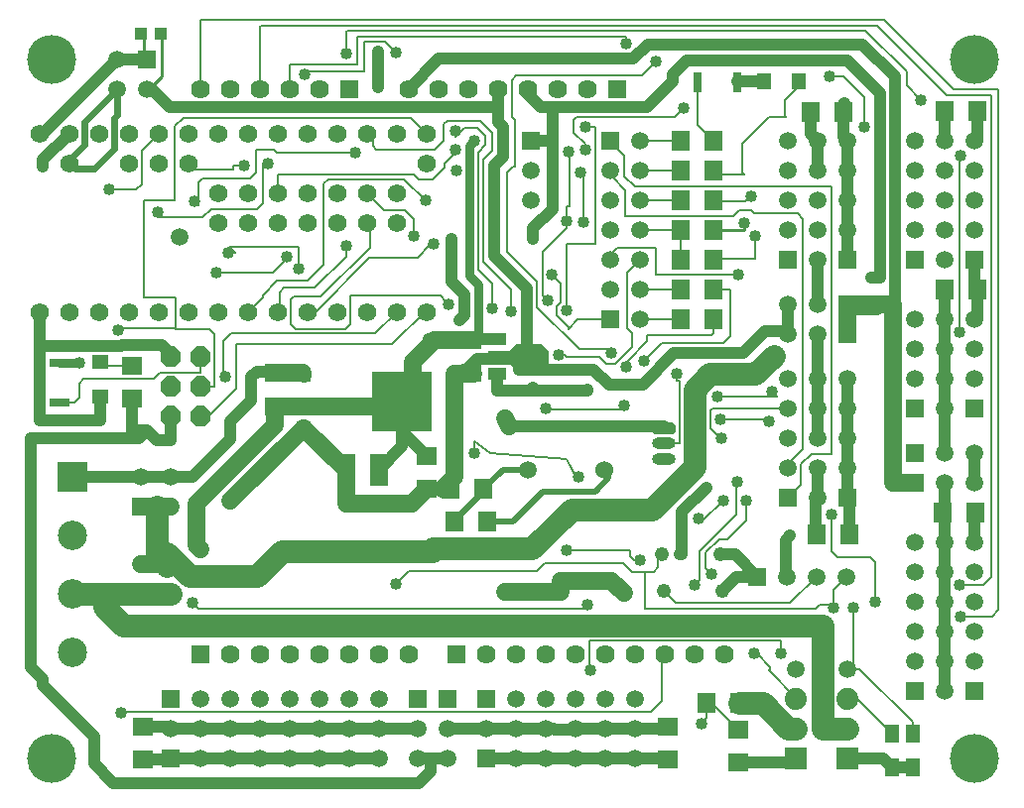
<source format=gtl>
G04 DipTrace Beta 2.3.5.2*
%INTeensyDuinoV001-wide.gtl*%
%MOIN*%
%ADD13C,0.04*%
%ADD14C,0.0394*%
%ADD15C,0.06*%
%ADD16C,0.01*%
%ADD17C,0.008*%
%ADD18C,0.0315*%
%ADD20C,0.03*%
%ADD21C,0.02*%
%ADD22C,0.075*%
%ADD23C,0.0591*%
%ADD24C,0.05*%
%ADD25C,0.022*%
%ADD29R,0.0315X0.0669*%
%ADD30R,0.063X0.0709*%
%ADD31R,0.0709X0.063*%
%ADD32R,0.063X0.1063*%
%ADD33R,0.0591X0.0591*%
%ADD34C,0.0591*%
%ADD36R,0.0472X0.0591*%
%ADD37R,0.0984X0.0984*%
%ADD38C,0.0984*%
%ADD39R,0.0638X0.0638*%
%ADD40C,0.0638*%
%ADD42R,0.074X0.074*%
%ADD43C,0.074*%
%ADD44R,0.0472X0.0551*%
%ADD45R,0.0551X0.0472*%
%ADD46O,0.0787X0.0394*%
%ADD47C,0.0489*%
%ADD48R,0.0433X0.0394*%
%ADD49R,0.0669X0.0315*%
%ADD50C,0.0619*%
%ADD51R,0.2X0.2*%
%ADD52R,0.05X0.05*%
%ADD54R,0.0591X0.0394*%
%ADD56C,0.165*%
%FSLAX44Y44*%
G04*
G70*
G90*
G75*
G01*
%LNTop*%
%LPD*%
X27899Y12280D2*
D13*
X28390D1*
X29130Y11540D1*
X28429D1*
X27959Y11070D1*
X36430Y14690D2*
Y15690D1*
X21430Y27940D2*
Y27770D1*
X21880Y27320D1*
X22270D1*
X25430D1*
X26310Y28200D1*
Y28430D1*
X26780Y28900D1*
X32180D1*
X33280Y27800D1*
Y21600D1*
X32960D1*
X35430Y27200D2*
Y26190D1*
X20410Y18349D2*
D14*
Y17780D1*
D13*
X23440D1*
Y17830D1*
X26540Y12280D2*
X26600D1*
Y13720D1*
X27420Y14540D1*
X18870Y22910D2*
Y21470D1*
X19300Y21040D1*
Y20320D1*
X19140Y20160D1*
X22270Y27320D2*
Y26190D1*
Y23910D1*
X21610Y23250D1*
Y22910D1*
X23440Y17790D2*
X21600D1*
Y17910D1*
X21530Y26190D2*
X22270D1*
X15320Y15130D2*
D15*
X13905Y16540D1*
X19550Y18389D2*
D13*
X19269D1*
X19740Y18860D1*
X21119D1*
Y18940D1*
Y18510D1*
X23650D1*
X24160Y18000D1*
X25300D1*
X26350Y19050D1*
X28670D1*
X29410Y19790D1*
X30180D1*
Y19690D1*
Y20690D2*
Y19690D1*
X21119Y18940D2*
X21410D1*
Y21240D1*
X20310Y22340D1*
Y24190D1*
Y25370D1*
X20610Y25670D1*
Y26660D1*
X20430Y26840D1*
Y27330D1*
Y27940D1*
X8140Y17538D2*
Y16458D1*
X8640D1*
X8960Y16138D1*
X9430D1*
Y16940D1*
X13905Y16540D2*
X13900D1*
D15*
X11440Y14080D1*
X17730Y5440D2*
D13*
X18164D1*
X18730D1*
X18164D2*
Y4994D1*
X17780Y4610D1*
X7510D1*
X6870Y5250D1*
Y6160D1*
X5140Y7890D1*
Y8090D1*
X4720Y8510D1*
Y16180D1*
X7580D1*
X8362D1*
X8640Y16458D1*
X18050Y14488D2*
X18570Y14500D1*
X18848D1*
X15320Y15130D2*
D15*
Y13980D1*
X17542D1*
X18050Y14488D1*
X19550Y18389D2*
X19584Y18370D1*
X18955D1*
Y14885D1*
X18570Y14500D1*
X8630Y27940D2*
D13*
X8800D1*
X9410Y27330D1*
X20430D1*
X9110Y29790D2*
D16*
X9130D1*
Y28360D1*
X8710Y27940D1*
X8630D1*
X28490Y21710D2*
D17*
X25740D1*
Y22610D1*
X24430D1*
X24230Y22410D1*
Y22160D1*
X24200Y22190D1*
X23310Y23450D2*
Y25140D1*
X23190D1*
X11900Y25350D2*
X11523D1*
Y25220D1*
X10250D1*
X10030Y25440D1*
X32730Y26650D2*
Y27660D1*
X32020Y28370D1*
X31570D1*
X17010Y29170D2*
X16650Y29530D1*
X15930D1*
Y28540D1*
X14030D1*
X13930Y28440D1*
X15620Y25790D2*
X12990D1*
X12900Y25880D1*
X12290D1*
Y25120D1*
X12100Y24930D1*
X10500D1*
X10360Y24790D1*
Y24040D1*
X10240Y24160D1*
X23370Y26650D2*
X23710D1*
Y22733D1*
X22720D1*
Y20510D1*
X22740D1*
X12700Y25440D2*
X12540D1*
Y24110D1*
X12330Y23900D1*
X10790D1*
X10510Y23620D1*
X8990D1*
Y23780D1*
X7770Y6960D2*
Y7000D1*
X25580D1*
X25950Y7370D1*
Y8860D1*
X26030Y8940D1*
X25200Y21190D2*
X26559D1*
X18010Y24180D2*
X17280Y24910D1*
X14720D1*
X14580Y24770D1*
Y22030D1*
X14030Y21480D1*
X13000D1*
X12520Y21000D1*
Y20930D1*
X12030Y20440D1*
X19650Y15700D2*
Y16080D1*
X20153Y15693D1*
X22730Y15510D1*
X23120Y14740D1*
X23200Y14790D1*
X23290Y14890D1*
X23150D1*
X30180Y14190D2*
X30615Y14625D1*
Y15325D1*
X30960Y15670D1*
X31640D1*
Y24664D1*
X25026D1*
X24680Y25010D1*
Y25710D1*
X24200Y26190D1*
X30180Y15190D2*
Y15340D1*
X30680Y15840D1*
Y23560D1*
X30490Y23750D1*
X29040D1*
X28940Y23850D1*
X28530D1*
X28350Y23670D1*
X24717D1*
Y24543D1*
X24260Y25000D1*
Y25250D1*
X24200Y25190D1*
X19000Y25900D2*
Y25790D1*
X18650Y25440D1*
Y25310D1*
X18240Y24900D1*
X17760D1*
X17590Y25070D1*
X13030D1*
Y24440D1*
X11260Y18250D2*
X11190D1*
Y19450D1*
X11454Y19714D1*
X16304D1*
X17030Y20440D1*
X18030D2*
Y20510D1*
X16870Y19350D1*
X11620D1*
Y17860D1*
X10700Y16940D1*
X10430D1*
Y17940D2*
X10892D1*
Y19690D1*
X10732Y19850D1*
X9600D1*
Y20929D1*
X8540D1*
Y24198D1*
X9580D1*
Y26689D1*
X9861Y26970D1*
X17500D1*
X18030Y26440D1*
X9600Y19850D2*
X9650Y19900D1*
X7680D1*
Y19820D1*
X19000Y26540D2*
Y26340D1*
X19290Y26630D1*
X19750D1*
X20010Y26370D1*
Y26050D1*
X19760Y25800D1*
Y21870D1*
X20230Y21400D1*
Y20550D1*
X23540Y8390D2*
X23510D1*
Y9380D1*
X29930D1*
Y8950D1*
X25190Y12080D2*
X25010D1*
X24870Y12220D1*
Y12430D1*
X22740D1*
X20880Y20470D2*
Y21180D1*
X20720Y21340D1*
X20730D1*
X19950Y22120D1*
Y25560D1*
X20250Y25860D1*
Y26460D1*
X19840Y26870D1*
X18720D1*
X18600Y26750D1*
Y26190D1*
X18310Y25900D1*
X16340D1*
X16220Y26020D1*
Y26250D1*
X16030Y26440D1*
X13430Y27940D2*
Y28770D1*
X15711D1*
Y29710D1*
X24750D1*
Y29470D1*
X24240Y19050D2*
Y19190D1*
X23160D1*
X21740Y20610D1*
Y21460D1*
X20740Y22460D1*
Y25130D1*
X20926Y25316D1*
X20990D1*
Y26880D1*
X20889Y26981D1*
Y28239D1*
X21049Y28399D1*
X25259D1*
X25720Y28860D1*
X33090Y10712D2*
Y12020D1*
X32930Y12180D1*
X31840D1*
X31640Y12380D1*
Y13640D1*
X12430Y27940D2*
Y30020D1*
X12480Y30070D1*
X33180D1*
X35510Y27740D1*
X37005D1*
Y11535D1*
X36720Y11250D1*
X35940D1*
X17000Y11300D2*
X17420Y11720D1*
X21720D1*
X21990Y11990D1*
X24640D1*
X24930Y11700D1*
X25360D1*
X25660D1*
X25810Y11850D1*
Y12280D1*
X25930D1*
X32130Y11540D2*
X31700Y11110D1*
Y10500D1*
Y10590D1*
X31220D1*
X31090Y10460D1*
X25360D1*
Y11700D1*
X10430Y27940D2*
Y30250D1*
X33410D1*
X35730Y27930D1*
X37250D1*
Y10427D1*
X37033Y10210D1*
X35960D1*
X31130Y11540D2*
X30240Y10650D1*
X26410D1*
X25990Y11070D1*
X11380Y22440D2*
X11600D1*
X11400Y22640D1*
X13730D1*
Y21900D1*
X27910Y16820D2*
X29480D1*
X29550Y16750D1*
X10970Y21750D2*
X12860D1*
X13340Y22230D1*
Y22300D1*
X27800Y17590D2*
X29790D1*
X29630Y17750D1*
X7360Y24550D2*
X8280D1*
X8460Y24730D1*
Y25870D1*
X9030Y26440D1*
X23450Y10600D2*
X23310Y10460D1*
X10380D1*
X10170Y10670D1*
X34650Y27570D2*
X34151Y28069D1*
Y28529D1*
X32770Y29910D1*
X15361D1*
X15320Y29869D1*
Y29130D1*
X35920Y19750D2*
X35945Y19775D1*
Y25655D1*
X35970Y25680D1*
X18770Y20680D2*
X18680D1*
Y20800D1*
X18500Y20980D1*
X15460D1*
Y20034D1*
X15300Y19874D1*
X13620D1*
X13460Y20034D1*
Y20870D1*
X13560Y20970D1*
X14480D1*
X16120Y22610D1*
Y23440D1*
X16030D1*
X22040Y17180D2*
Y17160D1*
X24660D1*
Y17290D1*
X27940Y16200D2*
Y16160D1*
X27560Y16540D1*
Y17140D1*
X27630Y17210D1*
X29390D1*
X29410Y17190D1*
X30180D1*
X17610Y23000D2*
Y23559D1*
X17300Y23870D1*
X16600D1*
X16030Y24440D1*
X24200Y20190D2*
X23110D1*
X22790Y19870D1*
Y19930D1*
X22390Y20330D1*
Y20630D1*
X22530Y20770D1*
Y21390D1*
X22240Y21680D1*
X15330Y22660D2*
Y22310D1*
X14270Y21250D1*
X13240D1*
X13100Y21110D1*
Y20510D1*
X13030Y20440D1*
X14030D2*
X14300D1*
X16110Y22250D1*
X17720D1*
X18150Y22680D1*
Y22720D1*
X18270D1*
X9430Y5440D2*
D13*
X10430D1*
X11430D1*
X12430D1*
X13430D1*
X14430D1*
X15430D1*
X16430D1*
X20030D2*
X21030D1*
X22030D1*
X23030D1*
X24030D1*
X25030D1*
X26079D1*
X26130Y5389D1*
X32040Y27160D2*
Y26330D1*
X32180Y26190D1*
Y25190D1*
Y24190D1*
Y23190D1*
Y22190D1*
X32240Y12960D2*
Y14130D1*
X32180Y14190D1*
Y15190D1*
Y16190D1*
Y17190D1*
Y18190D1*
X12920Y17278D2*
D15*
X17043D1*
X17205Y17440D1*
D13*
Y15913D1*
X16422Y15130D1*
X7060Y17589D2*
Y16798D1*
X6420D1*
X5030D1*
Y19290D1*
Y20440D1*
X20410Y19531D2*
D14*
X18090D1*
Y19491D1*
X19550D1*
X27661Y22190D2*
D17*
Y22230D1*
X29060D1*
Y23010D1*
X5700Y18729D2*
D18*
X6370D1*
X9430Y18940D2*
D13*
Y19020D1*
X9130Y19320D1*
X7800D1*
X7770Y19290D1*
X5030D1*
X5140Y25340D2*
Y25550D1*
X6030Y26440D1*
X30130Y11540D2*
X30090D1*
Y12770D1*
X30240Y12920D1*
X32290D2*
X32280D1*
X32240Y12960D1*
X16390Y28010D2*
Y29180D1*
X32060Y27460D2*
X32040Y27440D1*
Y27160D1*
X19640Y26200D2*
D20*
X19470Y26030D1*
Y21650D1*
X19770Y21350D1*
Y19491D1*
X19550D1*
X36532Y27200D2*
D13*
Y26292D1*
X36430Y26190D1*
Y22190D2*
Y21330D1*
X36550Y21210D1*
Y20310D1*
X36430Y20190D1*
X20680Y11020D2*
D15*
X22542D1*
Y11410D1*
X24250D1*
X24670Y10990D1*
X36430Y12690D2*
D13*
Y13639D1*
X36481Y13690D1*
X29359Y28180D2*
X28469D1*
D18*
Y28150D1*
X8490Y5389D2*
D13*
X9379D1*
X9430Y5440D1*
X17205Y17440D2*
Y16435D1*
X18050Y15590D1*
X25990Y16540D2*
D14*
Y16600D1*
X25126D1*
D13*
X20810D1*
D15*
X20680Y16850D1*
X19550Y19491D2*
X18291D1*
X17560Y18760D1*
Y17795D1*
X17205Y17440D1*
X12920Y17278D2*
Y16630D1*
X10300Y14010D1*
Y12580D1*
X10430Y12450D1*
X32180Y5440D2*
D13*
X33359D1*
X33680Y5119D1*
X28500Y5288D2*
X30278D1*
X30430Y5440D1*
X33680Y5119D2*
X34380D1*
X23370Y25910D2*
D17*
Y26080D1*
X22980Y26470D1*
Y26890D1*
X23070Y26980D1*
X26360D1*
X26670Y27290D1*
X30540Y28180D2*
Y28030D1*
X30060Y27550D1*
Y27050D1*
X30100Y27010D1*
X29550D1*
X28630Y26090D1*
Y25130D1*
X28710Y25050D1*
X27801D1*
X27661Y25190D1*
X35448Y21210D2*
D13*
Y20208D1*
X35430Y20190D1*
Y19190D1*
Y18190D1*
Y17190D1*
Y15690D1*
X32180Y8440D2*
D17*
X32580D1*
X34370Y6650D1*
Y6261D1*
X34380D1*
X27661Y20200D2*
Y19721D1*
X27610Y19670D1*
X25450D1*
Y19450D1*
X24810Y18810D1*
Y18680D1*
X24720Y18590D1*
X28770Y14090D2*
Y13440D1*
X28140Y12810D1*
X27860D1*
X27410Y12360D1*
Y11820D1*
X27610Y11620D1*
X32380Y10510D2*
Y8240D1*
X32180Y8440D1*
X25200Y20190D2*
X26549D1*
X26559Y20200D1*
X21450Y15140D2*
D21*
X20590D1*
X19950Y14500D1*
X20050D1*
X19000Y13450D1*
Y13410D1*
X18970D1*
X25200Y26190D2*
D17*
X26559D1*
X8140Y18640D2*
X7060D1*
Y18770D1*
X31180Y19690D2*
D13*
Y18190D1*
Y17190D1*
Y16190D1*
Y15190D2*
Y14190D1*
X31090D1*
Y12912D1*
X31138Y12960D1*
X30938Y27160D2*
Y26432D1*
X31180Y26190D1*
Y25190D1*
Y22190D2*
Y20690D1*
X25200Y25190D2*
D17*
X26559D1*
X27661Y21190D2*
X28240D1*
Y19640D1*
X27990Y19390D1*
X25940D1*
X25330Y18780D1*
X28470Y14740D2*
X28450D1*
Y13640D1*
X27200Y12390D1*
Y11420D1*
X27050Y11270D1*
X29050Y8950D2*
X29120D1*
X29560Y8510D1*
Y8420D1*
X29520D1*
Y8380D1*
X30430Y7470D1*
Y7440D1*
X32180D2*
X32501D1*
X33680Y6261D1*
X27130Y28150D2*
Y26721D1*
X27661Y26190D1*
X9430Y6440D2*
D13*
X10430D1*
X11430D1*
X12430D1*
X13430D1*
X14430D1*
X15430D1*
X16430D1*
X17730D1*
X8490Y6491D2*
X9379D1*
X9430Y6440D1*
X22810Y25840D2*
D17*
D3*
X22820Y25830D2*
Y23990D1*
X22730D1*
Y23500D1*
Y23270D1*
X21920Y22460D1*
Y21000D1*
X22090Y20830D1*
X26430Y18350D2*
X26450Y18370D1*
Y18130D1*
X26520D1*
Y16020D1*
X25990D1*
X27661Y24190D2*
Y24170D1*
X28750D1*
X28920Y24340D1*
X20072Y13410D2*
D21*
X20950D1*
X21950Y14410D1*
X23710D1*
X24150Y14850D1*
Y15000D1*
X24010Y15140D1*
X20030Y6440D2*
D13*
X21030D1*
X22030D1*
X22300D1*
X22350Y6390D1*
X22980D1*
X23030Y6440D1*
X24030D1*
X25030D1*
X26079D1*
X26130Y6491D1*
X18730Y6440D2*
X20030D1*
X10430Y18940D2*
D17*
Y18402D1*
X9068D1*
X8868Y18202D1*
X6516D1*
X6356Y18042D1*
Y17550D1*
X6196Y17390D1*
X5700D1*
X25200Y24190D2*
X26559D1*
X25200Y23190D2*
X26559D1*
Y22379D1*
X26480Y22300D1*
Y22269D1*
X26559Y22190D1*
X27448Y7290D2*
X27600D1*
X28500Y6390D1*
X27448Y7290D2*
Y6788D1*
X27260Y6600D1*
X27160Y13510D2*
Y13420D1*
X27310D1*
X28000Y14110D1*
X22480Y18990D2*
X22680D1*
X22740Y18930D1*
X23840D1*
X24060Y18710D1*
X24370D1*
X24930Y19270D1*
Y19730D1*
X24770Y19890D1*
Y21760D1*
X25200Y22190D1*
X35430Y14690D2*
D13*
Y12690D1*
Y11690D1*
Y10690D1*
Y9690D1*
Y8690D1*
Y12690D2*
Y13639D1*
X35379Y13690D1*
X35430Y8690D2*
Y7690D1*
X6130Y10956D2*
D22*
X7204D1*
X8426D1*
X8430Y10960D1*
X9430D1*
X7204Y10956D2*
Y10546D1*
X7850Y9900D1*
X31330D1*
Y6440D1*
X32180D1*
X28550Y7290D2*
X29320D1*
X30170Y6440D1*
X30430D1*
X34430Y14690D2*
D15*
X33690D1*
Y20690D1*
X32180D1*
X33690D2*
D13*
X33760D1*
Y28350D1*
X32670Y29440D1*
X25470D1*
X24980Y28950D1*
X18440D1*
X17430Y27940D1*
X32180Y20690D2*
D15*
X33090D1*
X33140Y20640D1*
X32180D1*
Y19690D1*
X8430Y11960D2*
D23*
X9307D1*
Y11890D1*
X9430D1*
Y11960D1*
X9307Y11890D2*
D22*
Y12313D1*
X10070Y11550D1*
X12320D1*
X13170Y12400D1*
X18240D1*
Y12480D1*
X21580D1*
X22910Y13810D1*
X25610D1*
X27020Y15220D1*
Y17830D1*
X27550Y18360D1*
X29080D1*
X29690Y18970D1*
X27661Y23190D2*
D16*
X28700D1*
Y23440D1*
X8430Y13890D2*
D23*
X8958D1*
X9430D1*
X8958D2*
D22*
Y12309D1*
D15*
X9307Y11960D1*
X5030Y26440D2*
D13*
X5130D1*
X7630Y28940D1*
X8630D1*
D16*
Y29070D1*
X8540D1*
Y29700D1*
X8450Y29790D1*
X8441D1*
X12920Y18380D2*
D15*
X13865D1*
D24*
X13905Y18340D1*
X6130Y14893D2*
D13*
X8427D1*
X8430Y14890D1*
X9430D1*
X10170D1*
X11440Y16160D1*
Y16770D1*
X12140Y17470D1*
Y18250D1*
X12320Y18430D1*
X12870D1*
X12920Y18380D1*
X6030Y25440D2*
D25*
Y25560D1*
X6530Y26060D1*
Y26840D1*
X7630Y27940D1*
Y27050D1*
X7530Y26950D1*
Y25920D1*
X6860Y25250D1*
X6220D1*
X6030Y25440D1*
D13*
X7580Y16180D3*
X20310Y24190D3*
X28490Y21710D3*
X11900Y25350D3*
X32730Y26650D3*
X31570Y28370D3*
X17010Y29170D3*
X13930Y28440D3*
X15620Y25790D3*
X10240Y24160D3*
X7770Y6960D3*
X18010Y24180D3*
X19000Y26540D3*
X20230Y20550D3*
X23540Y8390D3*
X29930Y8950D3*
X25190Y12080D3*
X22740Y12430D3*
X20880Y20470D3*
X11380Y22440D3*
X13730Y21900D3*
X27910Y16820D3*
X29550Y16750D3*
X10970Y21750D3*
X13340Y22300D3*
X27800Y17590D3*
X29630Y17750D3*
X24660Y17290D3*
X27940Y16200D3*
X22240Y21680D3*
X15330Y22660D3*
X5140Y25340D3*
X30240Y12920D3*
X32290D3*
X6420Y16798D3*
X16390Y28010D3*
Y29180D3*
X32060Y27460D3*
X19640Y26200D3*
X20680Y11020D3*
D24*
X24670Y10990D3*
D13*
X18090Y19531D3*
X28469Y28180D3*
X20680Y16850D3*
X10430Y12450D3*
X30240Y12920D3*
D24*
X24670Y10990D3*
D13*
X23370Y25910D3*
X26670Y27290D3*
X24720Y18590D3*
X28770Y14090D3*
X27610Y11620D3*
X32380Y10510D3*
X25330Y18780D3*
X28470Y14740D3*
X27050Y11270D3*
X29050Y8950D3*
X22090Y20830D3*
X26430Y18350D3*
X28920Y24340D3*
X22730Y23500D3*
X27260Y6600D3*
X27160Y13510D3*
X28000Y14110D3*
X22480Y18990D3*
D24*
X18240Y12400D3*
X29690Y18970D3*
D56*
X36430Y5440D3*
X5430D3*
Y28940D3*
X36430D3*
D13*
X29060Y23010D3*
X6370Y18729D3*
X32960Y21600D3*
D24*
X11440Y14080D3*
D13*
X23150Y14890D3*
X19650Y15700D3*
X19000Y25900D3*
X11260Y18250D3*
X7680Y19820D3*
X23440Y17830D3*
X27420Y14540D3*
X26540Y12280D3*
X21600Y17910D3*
X19140Y20160D3*
X23190Y25140D3*
X18870Y22910D3*
X23310Y23450D3*
X17610Y23000D3*
X21610Y22910D3*
X22740Y20510D3*
X23370Y26650D3*
X18270Y22720D3*
X8990Y23780D3*
X12700Y25440D3*
X22810Y25840D3*
X19020Y25190D3*
X28700Y23440D3*
X24750Y29470D3*
X25720Y28860D3*
X24240Y19050D3*
X31640Y13640D3*
X33090Y10712D3*
X35940Y11250D3*
X17000Y11300D3*
X31700Y10500D3*
X35960Y10210D3*
X7360Y24550D3*
X10170Y10670D3*
X23450Y10600D3*
X15320Y29130D3*
X34650Y27570D3*
X35970Y25680D3*
X35920Y19750D3*
X18770Y20680D3*
X22040Y17180D3*
D29*
X27130Y28150D3*
X28469D3*
D30*
X36481Y13690D3*
X35379D3*
X36550Y21210D3*
X35448D3*
D31*
X8490Y5389D3*
Y6491D3*
X19550Y19491D3*
Y18389D3*
D30*
X32240Y12960D3*
X31138D3*
D31*
X26130Y5389D3*
Y6491D3*
D30*
X32040Y27160D3*
X30938D3*
D31*
X18050Y15590D3*
Y14488D3*
D30*
X36532Y27200D3*
X35430D3*
D32*
X15320Y15130D3*
X16422D3*
D31*
X12920Y18380D3*
Y17278D3*
D33*
X36430Y7690D3*
D34*
X35430D3*
X36430Y8690D3*
X35430D3*
X36430Y9690D3*
X35430D3*
X36430Y10690D3*
X35430D3*
X36430Y11690D3*
X35430D3*
X36430Y12690D3*
X35430D3*
D33*
X34430Y7690D3*
D34*
Y8690D3*
Y9690D3*
Y10690D3*
Y11690D3*
Y12690D3*
D33*
X36430Y22190D3*
D34*
X35430D3*
X36430Y23190D3*
X35430D3*
X36430Y24190D3*
X35430D3*
X36430Y25190D3*
X35430D3*
X36430Y26190D3*
X35430D3*
D33*
X34430Y22190D3*
D34*
Y23190D3*
Y24190D3*
Y25190D3*
Y26190D3*
D33*
X36430Y17190D3*
D34*
Y18190D3*
Y19190D3*
Y20190D3*
X35430Y17190D3*
Y18190D3*
Y19190D3*
Y20190D3*
D33*
X32180Y14190D3*
D34*
X31180D3*
X32180Y15190D3*
X31180D3*
X32180Y16190D3*
X31180D3*
X32180Y17190D3*
X31180D3*
X32180Y18190D3*
X31180D3*
D33*
X34430Y17190D3*
D34*
Y18190D3*
Y19190D3*
Y20190D3*
D33*
X9430Y5440D3*
D34*
Y6440D3*
X10430Y5440D3*
Y6440D3*
X11430Y5440D3*
Y6440D3*
X12430Y5440D3*
Y6440D3*
X13430Y5440D3*
Y6440D3*
X14430Y5440D3*
Y6440D3*
X15430Y5440D3*
Y6440D3*
X16430Y5440D3*
Y6440D3*
D33*
X9430Y7440D3*
D34*
X10430D3*
X11430D3*
X12430D3*
X13430D3*
X14430D3*
X15430D3*
X16430D3*
D33*
X20030Y5440D3*
D34*
Y6440D3*
X21030Y5440D3*
Y6440D3*
X22030Y5440D3*
Y6440D3*
X23030Y5440D3*
Y6440D3*
X24030Y5440D3*
Y6440D3*
X25030Y5440D3*
Y6440D3*
D33*
X20030Y7440D3*
D34*
X21030D3*
X22030D3*
X23030D3*
X24030D3*
X25030D3*
D33*
X32180Y22190D3*
D34*
X31180D3*
X32180Y23190D3*
X31180D3*
X32180Y24190D3*
X31180D3*
X32180Y25190D3*
X31180D3*
X32180Y26190D3*
X31180D3*
D30*
X18970Y13410D3*
X20072D3*
D36*
X33680Y6261D3*
Y5119D3*
X34380Y6261D3*
Y5119D3*
D33*
X29130Y11540D3*
D34*
X30130D3*
X31130D3*
X32130D3*
D37*
X6130Y14893D3*
D38*
Y12924D3*
Y10956D3*
Y8987D3*
D39*
X15430Y27940D3*
D40*
X14430D3*
X13430D3*
X12430D3*
X11430D3*
X10430D3*
D39*
X24430D3*
D40*
X23430D3*
X22430D3*
X21430D3*
X20430D3*
X19430D3*
X18430D3*
X17430D3*
D39*
X10430Y8940D3*
D40*
X11430D3*
X12430D3*
X13430D3*
X14430D3*
X15430D3*
X16430D3*
X17430D3*
D39*
X19030D3*
D40*
X20030D3*
X21030D3*
X22030D3*
X23030D3*
X24030D3*
X25030D3*
X26030D3*
X27030D3*
X28030D3*
D33*
X30180Y14190D3*
D34*
Y15190D3*
Y16190D3*
Y17190D3*
Y18190D3*
D33*
Y22190D3*
D34*
Y23190D3*
Y24190D3*
Y25190D3*
Y26190D3*
D33*
X9430Y11960D3*
D34*
Y10960D3*
X8430Y11960D3*
Y10960D3*
D42*
X30430Y5440D3*
D43*
Y6440D3*
Y7440D3*
D42*
X32180Y5440D3*
D43*
Y6440D3*
Y7440D3*
D33*
X34430Y14690D3*
D34*
X35430D3*
X36430D3*
D33*
X34430Y15690D3*
D34*
X35430D3*
X36430D3*
D33*
X17730Y7440D3*
D34*
Y6440D3*
Y5440D3*
D33*
X18730Y7440D3*
D34*
Y6440D3*
Y5440D3*
D33*
X32180Y19690D3*
D34*
X31180D3*
X30180D3*
D33*
X32180Y20690D3*
D34*
X31180D3*
X30180D3*
D33*
X24200Y26190D3*
D34*
X25200D3*
X24200Y25190D3*
X25200D3*
X24200Y24190D3*
X25200D3*
X24200Y23190D3*
X25200D3*
X24200Y22190D3*
X25200D3*
X24200Y21190D3*
X25200D3*
X30430Y8440D3*
X32180D3*
D33*
X24200Y20190D3*
D34*
X25200D3*
D33*
X8630Y28940D3*
D34*
Y27940D3*
X7630Y28940D3*
Y27940D3*
D33*
X8430Y13890D3*
D34*
Y14890D3*
X9430Y13890D3*
Y14890D3*
D44*
X30540Y28180D3*
X29359D3*
D45*
X7060Y18770D3*
Y17589D3*
G36*
X25695Y16737D2*
X25596Y16638D1*
Y16442D1*
X25695Y16343D1*
X26285D1*
X26384Y16442D1*
Y16638D1*
X26285Y16737D1*
X25695D1*
G37*
D46*
X25990Y16020D3*
Y15500D3*
D30*
X27661Y23190D3*
X26559D3*
Y22190D3*
X27661D3*
X26559Y24190D3*
X27661D3*
Y21190D3*
X26559D3*
D31*
X8140Y17538D3*
Y18640D3*
D30*
X19950Y14500D3*
X18848D3*
X26559Y25190D3*
X27661D3*
X28550Y7290D3*
X27448D3*
X26559Y26190D3*
X27661D3*
D31*
X28500Y6390D3*
Y5288D3*
D47*
X25990Y11070D3*
X27959D3*
X25930Y12280D3*
X27899D3*
D30*
X27661Y20200D3*
X26559D3*
D48*
X9110Y29790D3*
X8441D3*
D34*
X9730Y22950D3*
D49*
X5700Y17390D3*
Y18729D3*
D15*
X24010Y15140D3*
D34*
X21450D3*
G36*
X10572Y17282D2*
X10772Y17082D1*
Y16798D1*
X10572Y16598D1*
X10288D1*
X10088Y16798D1*
Y17082D1*
X10288Y17282D1*
X10572D1*
G37*
G36*
X9572D2*
X9772Y17082D1*
Y16798D1*
X9572Y16598D1*
X9288D1*
X9088Y16798D1*
Y17082D1*
X9288Y17282D1*
X9572D1*
G37*
G36*
X10572Y18282D2*
X10772Y18082D1*
Y17798D1*
X10572Y17598D1*
X10288D1*
X10088Y17798D1*
Y18082D1*
X10288Y18282D1*
X10572D1*
G37*
G36*
X9572D2*
X9772Y18082D1*
Y17798D1*
X9572Y17598D1*
X9288D1*
X9088Y17798D1*
Y18082D1*
X9288Y18282D1*
X9572D1*
G37*
G36*
X10572Y19282D2*
X10772Y19082D1*
Y18798D1*
X10572Y18598D1*
X10288D1*
X10088Y18798D1*
Y19082D1*
X10288Y19282D1*
X10572D1*
G37*
G36*
X9572D2*
X9772Y19082D1*
Y18798D1*
X9572Y18598D1*
X9288D1*
X9088Y18798D1*
Y19082D1*
X9288Y19282D1*
X9572D1*
G37*
D50*
X5030Y20440D3*
X6030D3*
X7030D3*
X8030D3*
X9030D3*
X10030D3*
X11030D3*
X12030D3*
X13030D3*
X14030D3*
X15030D3*
X16030D3*
X17030D3*
X18030D3*
Y25440D3*
Y26440D3*
X17030D3*
X16030D3*
X15030D3*
X14030D3*
X13030D3*
X12030D3*
X11030D3*
X10030D3*
X9030D3*
X8030D3*
X7030D3*
X6030D3*
X5030D3*
X6030Y25440D3*
X8030D3*
X9030D3*
X10030D3*
X17030Y23440D3*
Y24440D3*
X16030Y23440D3*
X15030D3*
X14030D3*
X13030D3*
X16030Y24440D3*
X15030D3*
X14030D3*
X13030D3*
X12030D3*
X11030D3*
X12030Y23440D3*
X11030D3*
D51*
X17205Y17440D3*
D52*
X13905Y16540D3*
Y18340D3*
D54*
X20410Y19531D3*
G36*
X20115Y18743D2*
X20784D1*
X21020Y18507D1*
X21886D1*
X22123Y18743D1*
Y19137D1*
X21886Y19373D1*
X21020D1*
X20784Y19137D1*
X20115D1*
Y18743D1*
G37*
D54*
X20410Y18349D3*
D33*
X21530Y26190D3*
D34*
Y25190D3*
Y24190D3*
M02*

</source>
